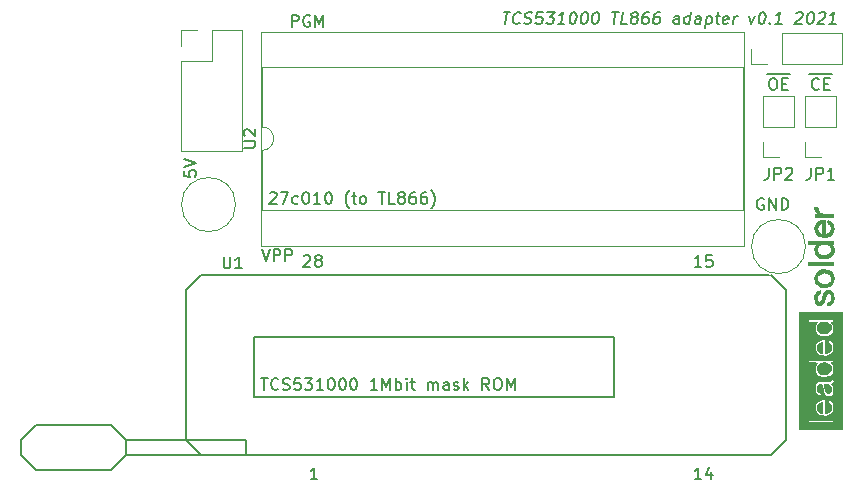
<source format=gbr>
G04 #@! TF.GenerationSoftware,KiCad,Pcbnew,(5.1.5-0-10_14)*
G04 #@! TF.CreationDate,2021-06-10T22:19:53-06:00*
G04 #@! TF.ProjectId,tc531000-tl866-adapter,74633533-3130-4303-902d-746c3836362d,rev?*
G04 #@! TF.SameCoordinates,Original*
G04 #@! TF.FileFunction,Legend,Top*
G04 #@! TF.FilePolarity,Positive*
%FSLAX46Y46*%
G04 Gerber Fmt 4.6, Leading zero omitted, Abs format (unit mm)*
G04 Created by KiCad (PCBNEW (5.1.5-0-10_14)) date 2021-06-10 22:19:53*
%MOMM*%
%LPD*%
G04 APERTURE LIST*
%ADD10C,0.150000*%
%ADD11C,0.120000*%
%ADD12C,0.010000*%
G04 APERTURE END LIST*
D10*
X136226348Y-62444380D02*
X136797776Y-62444380D01*
X136387062Y-63444380D02*
X136512062Y-62444380D01*
X137589443Y-63349142D02*
X137535872Y-63396761D01*
X137387062Y-63444380D01*
X137291824Y-63444380D01*
X137154919Y-63396761D01*
X137071586Y-63301523D01*
X137035872Y-63206285D01*
X137012062Y-63015809D01*
X137029919Y-62872952D01*
X137101348Y-62682476D01*
X137160872Y-62587238D01*
X137268014Y-62492000D01*
X137416824Y-62444380D01*
X137512062Y-62444380D01*
X137648967Y-62492000D01*
X137690633Y-62539619D01*
X137964443Y-63396761D02*
X138101348Y-63444380D01*
X138339443Y-63444380D01*
X138440633Y-63396761D01*
X138494205Y-63349142D01*
X138553729Y-63253904D01*
X138565633Y-63158666D01*
X138529919Y-63063428D01*
X138488252Y-63015809D01*
X138398967Y-62968190D01*
X138214443Y-62920571D01*
X138125157Y-62872952D01*
X138083491Y-62825333D01*
X138047776Y-62730095D01*
X138059681Y-62634857D01*
X138119205Y-62539619D01*
X138172776Y-62492000D01*
X138273967Y-62444380D01*
X138512062Y-62444380D01*
X138648967Y-62492000D01*
X139559681Y-62444380D02*
X139083491Y-62444380D01*
X138976348Y-62920571D01*
X139029919Y-62872952D01*
X139131110Y-62825333D01*
X139369205Y-62825333D01*
X139458491Y-62872952D01*
X139500157Y-62920571D01*
X139535872Y-63015809D01*
X139506110Y-63253904D01*
X139446586Y-63349142D01*
X139393014Y-63396761D01*
X139291824Y-63444380D01*
X139053729Y-63444380D01*
X138964443Y-63396761D01*
X138922776Y-63349142D01*
X139940633Y-62444380D02*
X140559681Y-62444380D01*
X140178729Y-62825333D01*
X140321586Y-62825333D01*
X140410872Y-62872952D01*
X140452538Y-62920571D01*
X140488252Y-63015809D01*
X140458491Y-63253904D01*
X140398967Y-63349142D01*
X140345395Y-63396761D01*
X140244205Y-63444380D01*
X139958491Y-63444380D01*
X139869205Y-63396761D01*
X139827538Y-63349142D01*
X141387062Y-63444380D02*
X140815633Y-63444380D01*
X141101348Y-63444380D02*
X141226348Y-62444380D01*
X141113252Y-62587238D01*
X141006110Y-62682476D01*
X140904919Y-62730095D01*
X142131110Y-62444380D02*
X142226348Y-62444380D01*
X142315633Y-62492000D01*
X142357300Y-62539619D01*
X142393014Y-62634857D01*
X142416824Y-62825333D01*
X142387062Y-63063428D01*
X142315633Y-63253904D01*
X142256110Y-63349142D01*
X142202538Y-63396761D01*
X142101348Y-63444380D01*
X142006110Y-63444380D01*
X141916824Y-63396761D01*
X141875157Y-63349142D01*
X141839443Y-63253904D01*
X141815633Y-63063428D01*
X141845395Y-62825333D01*
X141916824Y-62634857D01*
X141976348Y-62539619D01*
X142029919Y-62492000D01*
X142131110Y-62444380D01*
X143083491Y-62444380D02*
X143178729Y-62444380D01*
X143268014Y-62492000D01*
X143309681Y-62539619D01*
X143345395Y-62634857D01*
X143369205Y-62825333D01*
X143339443Y-63063428D01*
X143268014Y-63253904D01*
X143208491Y-63349142D01*
X143154919Y-63396761D01*
X143053729Y-63444380D01*
X142958491Y-63444380D01*
X142869205Y-63396761D01*
X142827538Y-63349142D01*
X142791824Y-63253904D01*
X142768014Y-63063428D01*
X142797776Y-62825333D01*
X142869205Y-62634857D01*
X142928729Y-62539619D01*
X142982300Y-62492000D01*
X143083491Y-62444380D01*
X144035872Y-62444380D02*
X144131110Y-62444380D01*
X144220395Y-62492000D01*
X144262062Y-62539619D01*
X144297776Y-62634857D01*
X144321586Y-62825333D01*
X144291824Y-63063428D01*
X144220395Y-63253904D01*
X144160872Y-63349142D01*
X144107300Y-63396761D01*
X144006110Y-63444380D01*
X143910872Y-63444380D01*
X143821586Y-63396761D01*
X143779919Y-63349142D01*
X143744205Y-63253904D01*
X143720395Y-63063428D01*
X143750157Y-62825333D01*
X143821586Y-62634857D01*
X143881110Y-62539619D01*
X143934681Y-62492000D01*
X144035872Y-62444380D01*
X145416824Y-62444380D02*
X145988252Y-62444380D01*
X145577538Y-63444380D02*
X145702538Y-62444380D01*
X146672776Y-63444380D02*
X146196586Y-63444380D01*
X146321586Y-62444380D01*
X147220395Y-62872952D02*
X147131110Y-62825333D01*
X147089443Y-62777714D01*
X147053729Y-62682476D01*
X147059681Y-62634857D01*
X147119205Y-62539619D01*
X147172776Y-62492000D01*
X147273967Y-62444380D01*
X147464443Y-62444380D01*
X147553729Y-62492000D01*
X147595395Y-62539619D01*
X147631110Y-62634857D01*
X147625157Y-62682476D01*
X147565633Y-62777714D01*
X147512062Y-62825333D01*
X147410872Y-62872952D01*
X147220395Y-62872952D01*
X147119205Y-62920571D01*
X147065633Y-62968190D01*
X147006110Y-63063428D01*
X146982300Y-63253904D01*
X147018014Y-63349142D01*
X147059681Y-63396761D01*
X147148967Y-63444380D01*
X147339443Y-63444380D01*
X147440633Y-63396761D01*
X147494205Y-63349142D01*
X147553729Y-63253904D01*
X147577538Y-63063428D01*
X147541824Y-62968190D01*
X147500157Y-62920571D01*
X147410872Y-62872952D01*
X148512062Y-62444380D02*
X148321586Y-62444380D01*
X148220395Y-62492000D01*
X148166824Y-62539619D01*
X148053729Y-62682476D01*
X147982300Y-62872952D01*
X147934681Y-63253904D01*
X147970395Y-63349142D01*
X148012062Y-63396761D01*
X148101348Y-63444380D01*
X148291824Y-63444380D01*
X148393014Y-63396761D01*
X148446586Y-63349142D01*
X148506110Y-63253904D01*
X148535872Y-63015809D01*
X148500157Y-62920571D01*
X148458491Y-62872952D01*
X148369205Y-62825333D01*
X148178729Y-62825333D01*
X148077538Y-62872952D01*
X148023967Y-62920571D01*
X147964443Y-63015809D01*
X149464443Y-62444380D02*
X149273967Y-62444380D01*
X149172776Y-62492000D01*
X149119205Y-62539619D01*
X149006110Y-62682476D01*
X148934681Y-62872952D01*
X148887062Y-63253904D01*
X148922776Y-63349142D01*
X148964443Y-63396761D01*
X149053729Y-63444380D01*
X149244205Y-63444380D01*
X149345395Y-63396761D01*
X149398967Y-63349142D01*
X149458491Y-63253904D01*
X149488252Y-63015809D01*
X149452538Y-62920571D01*
X149410872Y-62872952D01*
X149321586Y-62825333D01*
X149131110Y-62825333D01*
X149029919Y-62872952D01*
X148976348Y-62920571D01*
X148916824Y-63015809D01*
X151053729Y-63444380D02*
X151119205Y-62920571D01*
X151083491Y-62825333D01*
X150994205Y-62777714D01*
X150803729Y-62777714D01*
X150702538Y-62825333D01*
X151059681Y-63396761D02*
X150958491Y-63444380D01*
X150720395Y-63444380D01*
X150631110Y-63396761D01*
X150595395Y-63301523D01*
X150607300Y-63206285D01*
X150666824Y-63111047D01*
X150768014Y-63063428D01*
X151006110Y-63063428D01*
X151107300Y-63015809D01*
X151958491Y-63444380D02*
X152083491Y-62444380D01*
X151964443Y-63396761D02*
X151863252Y-63444380D01*
X151672776Y-63444380D01*
X151583491Y-63396761D01*
X151541824Y-63349142D01*
X151506110Y-63253904D01*
X151541824Y-62968190D01*
X151601348Y-62872952D01*
X151654919Y-62825333D01*
X151756110Y-62777714D01*
X151946586Y-62777714D01*
X152035872Y-62825333D01*
X152863252Y-63444380D02*
X152928729Y-62920571D01*
X152893014Y-62825333D01*
X152803729Y-62777714D01*
X152613252Y-62777714D01*
X152512062Y-62825333D01*
X152869205Y-63396761D02*
X152768014Y-63444380D01*
X152529919Y-63444380D01*
X152440633Y-63396761D01*
X152404919Y-63301523D01*
X152416824Y-63206285D01*
X152476348Y-63111047D01*
X152577538Y-63063428D01*
X152815633Y-63063428D01*
X152916824Y-63015809D01*
X153422776Y-62777714D02*
X153297776Y-63777714D01*
X153416824Y-62825333D02*
X153518014Y-62777714D01*
X153708491Y-62777714D01*
X153797776Y-62825333D01*
X153839443Y-62872952D01*
X153875157Y-62968190D01*
X153839443Y-63253904D01*
X153779919Y-63349142D01*
X153726348Y-63396761D01*
X153625157Y-63444380D01*
X153434681Y-63444380D01*
X153345395Y-63396761D01*
X154184681Y-62777714D02*
X154565633Y-62777714D01*
X154369205Y-62444380D02*
X154262062Y-63301523D01*
X154297776Y-63396761D01*
X154387062Y-63444380D01*
X154482300Y-63444380D01*
X155202538Y-63396761D02*
X155101348Y-63444380D01*
X154910872Y-63444380D01*
X154821586Y-63396761D01*
X154785872Y-63301523D01*
X154833491Y-62920571D01*
X154893014Y-62825333D01*
X154994205Y-62777714D01*
X155184681Y-62777714D01*
X155273967Y-62825333D01*
X155309681Y-62920571D01*
X155297776Y-63015809D01*
X154809681Y-63111047D01*
X155672776Y-63444380D02*
X155756110Y-62777714D01*
X155732300Y-62968190D02*
X155791824Y-62872952D01*
X155845395Y-62825333D01*
X155946586Y-62777714D01*
X156041824Y-62777714D01*
X157041824Y-62777714D02*
X157196586Y-63444380D01*
X157518014Y-62777714D01*
X158131110Y-62444380D02*
X158226348Y-62444380D01*
X158315633Y-62492000D01*
X158357300Y-62539619D01*
X158393014Y-62634857D01*
X158416824Y-62825333D01*
X158387062Y-63063428D01*
X158315633Y-63253904D01*
X158256110Y-63349142D01*
X158202538Y-63396761D01*
X158101348Y-63444380D01*
X158006110Y-63444380D01*
X157916824Y-63396761D01*
X157875157Y-63349142D01*
X157839443Y-63253904D01*
X157815633Y-63063428D01*
X157845395Y-62825333D01*
X157916824Y-62634857D01*
X157976348Y-62539619D01*
X158029919Y-62492000D01*
X158131110Y-62444380D01*
X158779919Y-63349142D02*
X158821586Y-63396761D01*
X158768014Y-63444380D01*
X158726348Y-63396761D01*
X158779919Y-63349142D01*
X158768014Y-63444380D01*
X159768014Y-63444380D02*
X159196586Y-63444380D01*
X159482300Y-63444380D02*
X159607300Y-62444380D01*
X159494205Y-62587238D01*
X159387062Y-62682476D01*
X159285872Y-62730095D01*
X161023967Y-62539619D02*
X161077538Y-62492000D01*
X161178729Y-62444380D01*
X161416824Y-62444380D01*
X161506110Y-62492000D01*
X161547776Y-62539619D01*
X161583491Y-62634857D01*
X161571586Y-62730095D01*
X161506110Y-62872952D01*
X160863252Y-63444380D01*
X161482300Y-63444380D01*
X162226348Y-62444380D02*
X162321586Y-62444380D01*
X162410872Y-62492000D01*
X162452538Y-62539619D01*
X162488252Y-62634857D01*
X162512062Y-62825333D01*
X162482300Y-63063428D01*
X162410872Y-63253904D01*
X162351348Y-63349142D01*
X162297776Y-63396761D01*
X162196586Y-63444380D01*
X162101348Y-63444380D01*
X162012062Y-63396761D01*
X161970395Y-63349142D01*
X161934681Y-63253904D01*
X161910872Y-63063428D01*
X161940633Y-62825333D01*
X162012062Y-62634857D01*
X162071586Y-62539619D01*
X162125157Y-62492000D01*
X162226348Y-62444380D01*
X162928729Y-62539619D02*
X162982300Y-62492000D01*
X163083491Y-62444380D01*
X163321586Y-62444380D01*
X163410872Y-62492000D01*
X163452538Y-62539619D01*
X163488252Y-62634857D01*
X163476348Y-62730095D01*
X163410872Y-62872952D01*
X162768014Y-63444380D01*
X163387062Y-63444380D01*
X164339443Y-63444380D02*
X163768014Y-63444380D01*
X164053729Y-63444380D02*
X164178729Y-62444380D01*
X164065633Y-62587238D01*
X163958491Y-62682476D01*
X163857300Y-62730095D01*
X115682476Y-93432380D02*
X116253904Y-93432380D01*
X115968190Y-94432380D02*
X115968190Y-93432380D01*
X117158666Y-94337142D02*
X117111047Y-94384761D01*
X116968190Y-94432380D01*
X116872952Y-94432380D01*
X116730095Y-94384761D01*
X116634857Y-94289523D01*
X116587238Y-94194285D01*
X116539619Y-94003809D01*
X116539619Y-93860952D01*
X116587238Y-93670476D01*
X116634857Y-93575238D01*
X116730095Y-93480000D01*
X116872952Y-93432380D01*
X116968190Y-93432380D01*
X117111047Y-93480000D01*
X117158666Y-93527619D01*
X117539619Y-94384761D02*
X117682476Y-94432380D01*
X117920571Y-94432380D01*
X118015809Y-94384761D01*
X118063428Y-94337142D01*
X118111047Y-94241904D01*
X118111047Y-94146666D01*
X118063428Y-94051428D01*
X118015809Y-94003809D01*
X117920571Y-93956190D01*
X117730095Y-93908571D01*
X117634857Y-93860952D01*
X117587238Y-93813333D01*
X117539619Y-93718095D01*
X117539619Y-93622857D01*
X117587238Y-93527619D01*
X117634857Y-93480000D01*
X117730095Y-93432380D01*
X117968190Y-93432380D01*
X118111047Y-93480000D01*
X119015809Y-93432380D02*
X118539619Y-93432380D01*
X118492000Y-93908571D01*
X118539619Y-93860952D01*
X118634857Y-93813333D01*
X118872952Y-93813333D01*
X118968190Y-93860952D01*
X119015809Y-93908571D01*
X119063428Y-94003809D01*
X119063428Y-94241904D01*
X119015809Y-94337142D01*
X118968190Y-94384761D01*
X118872952Y-94432380D01*
X118634857Y-94432380D01*
X118539619Y-94384761D01*
X118492000Y-94337142D01*
X119396761Y-93432380D02*
X120015809Y-93432380D01*
X119682476Y-93813333D01*
X119825333Y-93813333D01*
X119920571Y-93860952D01*
X119968190Y-93908571D01*
X120015809Y-94003809D01*
X120015809Y-94241904D01*
X119968190Y-94337142D01*
X119920571Y-94384761D01*
X119825333Y-94432380D01*
X119539619Y-94432380D01*
X119444380Y-94384761D01*
X119396761Y-94337142D01*
X120968190Y-94432380D02*
X120396761Y-94432380D01*
X120682476Y-94432380D02*
X120682476Y-93432380D01*
X120587238Y-93575238D01*
X120492000Y-93670476D01*
X120396761Y-93718095D01*
X121587238Y-93432380D02*
X121682476Y-93432380D01*
X121777714Y-93480000D01*
X121825333Y-93527619D01*
X121872952Y-93622857D01*
X121920571Y-93813333D01*
X121920571Y-94051428D01*
X121872952Y-94241904D01*
X121825333Y-94337142D01*
X121777714Y-94384761D01*
X121682476Y-94432380D01*
X121587238Y-94432380D01*
X121492000Y-94384761D01*
X121444380Y-94337142D01*
X121396761Y-94241904D01*
X121349142Y-94051428D01*
X121349142Y-93813333D01*
X121396761Y-93622857D01*
X121444380Y-93527619D01*
X121492000Y-93480000D01*
X121587238Y-93432380D01*
X122539619Y-93432380D02*
X122634857Y-93432380D01*
X122730095Y-93480000D01*
X122777714Y-93527619D01*
X122825333Y-93622857D01*
X122872952Y-93813333D01*
X122872952Y-94051428D01*
X122825333Y-94241904D01*
X122777714Y-94337142D01*
X122730095Y-94384761D01*
X122634857Y-94432380D01*
X122539619Y-94432380D01*
X122444380Y-94384761D01*
X122396761Y-94337142D01*
X122349142Y-94241904D01*
X122301523Y-94051428D01*
X122301523Y-93813333D01*
X122349142Y-93622857D01*
X122396761Y-93527619D01*
X122444380Y-93480000D01*
X122539619Y-93432380D01*
X123492000Y-93432380D02*
X123587238Y-93432380D01*
X123682476Y-93480000D01*
X123730095Y-93527619D01*
X123777714Y-93622857D01*
X123825333Y-93813333D01*
X123825333Y-94051428D01*
X123777714Y-94241904D01*
X123730095Y-94337142D01*
X123682476Y-94384761D01*
X123587238Y-94432380D01*
X123492000Y-94432380D01*
X123396761Y-94384761D01*
X123349142Y-94337142D01*
X123301523Y-94241904D01*
X123253904Y-94051428D01*
X123253904Y-93813333D01*
X123301523Y-93622857D01*
X123349142Y-93527619D01*
X123396761Y-93480000D01*
X123492000Y-93432380D01*
X125539619Y-94432380D02*
X124968190Y-94432380D01*
X125253904Y-94432380D02*
X125253904Y-93432380D01*
X125158666Y-93575238D01*
X125063428Y-93670476D01*
X124968190Y-93718095D01*
X125968190Y-94432380D02*
X125968190Y-93432380D01*
X126301523Y-94146666D01*
X126634857Y-93432380D01*
X126634857Y-94432380D01*
X127111047Y-94432380D02*
X127111047Y-93432380D01*
X127111047Y-93813333D02*
X127206285Y-93765714D01*
X127396761Y-93765714D01*
X127492000Y-93813333D01*
X127539619Y-93860952D01*
X127587238Y-93956190D01*
X127587238Y-94241904D01*
X127539619Y-94337142D01*
X127492000Y-94384761D01*
X127396761Y-94432380D01*
X127206285Y-94432380D01*
X127111047Y-94384761D01*
X128015809Y-94432380D02*
X128015809Y-93765714D01*
X128015809Y-93432380D02*
X127968190Y-93480000D01*
X128015809Y-93527619D01*
X128063428Y-93480000D01*
X128015809Y-93432380D01*
X128015809Y-93527619D01*
X128349142Y-93765714D02*
X128730095Y-93765714D01*
X128492000Y-93432380D02*
X128492000Y-94289523D01*
X128539619Y-94384761D01*
X128634857Y-94432380D01*
X128730095Y-94432380D01*
X129825333Y-94432380D02*
X129825333Y-93765714D01*
X129825333Y-93860952D02*
X129872952Y-93813333D01*
X129968190Y-93765714D01*
X130111047Y-93765714D01*
X130206285Y-93813333D01*
X130253904Y-93908571D01*
X130253904Y-94432380D01*
X130253904Y-93908571D02*
X130301523Y-93813333D01*
X130396761Y-93765714D01*
X130539619Y-93765714D01*
X130634857Y-93813333D01*
X130682476Y-93908571D01*
X130682476Y-94432380D01*
X131587238Y-94432380D02*
X131587238Y-93908571D01*
X131539619Y-93813333D01*
X131444380Y-93765714D01*
X131253904Y-93765714D01*
X131158666Y-93813333D01*
X131587238Y-94384761D02*
X131491999Y-94432380D01*
X131253904Y-94432380D01*
X131158666Y-94384761D01*
X131111047Y-94289523D01*
X131111047Y-94194285D01*
X131158666Y-94099047D01*
X131253904Y-94051428D01*
X131491999Y-94051428D01*
X131587238Y-94003809D01*
X132015809Y-94384761D02*
X132111047Y-94432380D01*
X132301523Y-94432380D01*
X132396761Y-94384761D01*
X132444380Y-94289523D01*
X132444380Y-94241904D01*
X132396761Y-94146666D01*
X132301523Y-94099047D01*
X132158666Y-94099047D01*
X132063428Y-94051428D01*
X132015809Y-93956190D01*
X132015809Y-93908571D01*
X132063428Y-93813333D01*
X132158666Y-93765714D01*
X132301523Y-93765714D01*
X132396761Y-93813333D01*
X132872952Y-94432380D02*
X132872952Y-93432380D01*
X132968190Y-94051428D02*
X133253904Y-94432380D01*
X133253904Y-93765714D02*
X132872952Y-94146666D01*
X135015809Y-94432380D02*
X134682476Y-93956190D01*
X134444380Y-94432380D02*
X134444380Y-93432380D01*
X134825333Y-93432380D01*
X134920571Y-93480000D01*
X134968190Y-93527619D01*
X135015809Y-93622857D01*
X135015809Y-93765714D01*
X134968190Y-93860952D01*
X134920571Y-93908571D01*
X134825333Y-93956190D01*
X134444380Y-93956190D01*
X135634857Y-93432380D02*
X135825333Y-93432380D01*
X135920571Y-93480000D01*
X136015809Y-93575238D01*
X136063428Y-93765714D01*
X136063428Y-94099047D01*
X136015809Y-94289523D01*
X135920571Y-94384761D01*
X135825333Y-94432380D01*
X135634857Y-94432380D01*
X135539619Y-94384761D01*
X135444380Y-94289523D01*
X135396761Y-94099047D01*
X135396761Y-93765714D01*
X135444380Y-93575238D01*
X135539619Y-93480000D01*
X135634857Y-93432380D01*
X136492000Y-94432380D02*
X136492000Y-93432380D01*
X136825333Y-94146666D01*
X137158666Y-93432380D01*
X137158666Y-94432380D01*
X116444000Y-77779619D02*
X116491619Y-77732000D01*
X116586857Y-77684380D01*
X116824952Y-77684380D01*
X116920190Y-77732000D01*
X116967809Y-77779619D01*
X117015428Y-77874857D01*
X117015428Y-77970095D01*
X116967809Y-78112952D01*
X116396380Y-78684380D01*
X117015428Y-78684380D01*
X117348761Y-77684380D02*
X118015428Y-77684380D01*
X117586857Y-78684380D01*
X118824952Y-78636761D02*
X118729714Y-78684380D01*
X118539238Y-78684380D01*
X118444000Y-78636761D01*
X118396380Y-78589142D01*
X118348761Y-78493904D01*
X118348761Y-78208190D01*
X118396380Y-78112952D01*
X118444000Y-78065333D01*
X118539238Y-78017714D01*
X118729714Y-78017714D01*
X118824952Y-78065333D01*
X119444000Y-77684380D02*
X119539238Y-77684380D01*
X119634476Y-77732000D01*
X119682095Y-77779619D01*
X119729714Y-77874857D01*
X119777333Y-78065333D01*
X119777333Y-78303428D01*
X119729714Y-78493904D01*
X119682095Y-78589142D01*
X119634476Y-78636761D01*
X119539238Y-78684380D01*
X119444000Y-78684380D01*
X119348761Y-78636761D01*
X119301142Y-78589142D01*
X119253523Y-78493904D01*
X119205904Y-78303428D01*
X119205904Y-78065333D01*
X119253523Y-77874857D01*
X119301142Y-77779619D01*
X119348761Y-77732000D01*
X119444000Y-77684380D01*
X120729714Y-78684380D02*
X120158285Y-78684380D01*
X120444000Y-78684380D02*
X120444000Y-77684380D01*
X120348761Y-77827238D01*
X120253523Y-77922476D01*
X120158285Y-77970095D01*
X121348761Y-77684380D02*
X121444000Y-77684380D01*
X121539238Y-77732000D01*
X121586857Y-77779619D01*
X121634476Y-77874857D01*
X121682095Y-78065333D01*
X121682095Y-78303428D01*
X121634476Y-78493904D01*
X121586857Y-78589142D01*
X121539238Y-78636761D01*
X121444000Y-78684380D01*
X121348761Y-78684380D01*
X121253523Y-78636761D01*
X121205904Y-78589142D01*
X121158285Y-78493904D01*
X121110666Y-78303428D01*
X121110666Y-78065333D01*
X121158285Y-77874857D01*
X121205904Y-77779619D01*
X121253523Y-77732000D01*
X121348761Y-77684380D01*
X123158285Y-79065333D02*
X123110666Y-79017714D01*
X123015428Y-78874857D01*
X122967809Y-78779619D01*
X122920190Y-78636761D01*
X122872571Y-78398666D01*
X122872571Y-78208190D01*
X122920190Y-77970095D01*
X122967809Y-77827238D01*
X123015428Y-77732000D01*
X123110666Y-77589142D01*
X123158285Y-77541523D01*
X123396380Y-78017714D02*
X123777333Y-78017714D01*
X123539238Y-77684380D02*
X123539238Y-78541523D01*
X123586857Y-78636761D01*
X123682095Y-78684380D01*
X123777333Y-78684380D01*
X124253523Y-78684380D02*
X124158285Y-78636761D01*
X124110666Y-78589142D01*
X124063047Y-78493904D01*
X124063047Y-78208190D01*
X124110666Y-78112952D01*
X124158285Y-78065333D01*
X124253523Y-78017714D01*
X124396380Y-78017714D01*
X124491619Y-78065333D01*
X124539238Y-78112952D01*
X124586857Y-78208190D01*
X124586857Y-78493904D01*
X124539238Y-78589142D01*
X124491619Y-78636761D01*
X124396380Y-78684380D01*
X124253523Y-78684380D01*
X125634476Y-77684380D02*
X126205904Y-77684380D01*
X125920190Y-78684380D02*
X125920190Y-77684380D01*
X127015428Y-78684380D02*
X126539238Y-78684380D01*
X126539238Y-77684380D01*
X127491619Y-78112952D02*
X127396380Y-78065333D01*
X127348761Y-78017714D01*
X127301142Y-77922476D01*
X127301142Y-77874857D01*
X127348761Y-77779619D01*
X127396380Y-77732000D01*
X127491619Y-77684380D01*
X127682095Y-77684380D01*
X127777333Y-77732000D01*
X127824952Y-77779619D01*
X127872571Y-77874857D01*
X127872571Y-77922476D01*
X127824952Y-78017714D01*
X127777333Y-78065333D01*
X127682095Y-78112952D01*
X127491619Y-78112952D01*
X127396380Y-78160571D01*
X127348761Y-78208190D01*
X127301142Y-78303428D01*
X127301142Y-78493904D01*
X127348761Y-78589142D01*
X127396380Y-78636761D01*
X127491619Y-78684380D01*
X127682095Y-78684380D01*
X127777333Y-78636761D01*
X127824952Y-78589142D01*
X127872571Y-78493904D01*
X127872571Y-78303428D01*
X127824952Y-78208190D01*
X127777333Y-78160571D01*
X127682095Y-78112952D01*
X128729714Y-77684380D02*
X128539238Y-77684380D01*
X128444000Y-77732000D01*
X128396380Y-77779619D01*
X128301142Y-77922476D01*
X128253523Y-78112952D01*
X128253523Y-78493904D01*
X128301142Y-78589142D01*
X128348761Y-78636761D01*
X128444000Y-78684380D01*
X128634476Y-78684380D01*
X128729714Y-78636761D01*
X128777333Y-78589142D01*
X128824952Y-78493904D01*
X128824952Y-78255809D01*
X128777333Y-78160571D01*
X128729714Y-78112952D01*
X128634476Y-78065333D01*
X128444000Y-78065333D01*
X128348761Y-78112952D01*
X128301142Y-78160571D01*
X128253523Y-78255809D01*
X129682095Y-77684380D02*
X129491619Y-77684380D01*
X129396380Y-77732000D01*
X129348761Y-77779619D01*
X129253523Y-77922476D01*
X129205904Y-78112952D01*
X129205904Y-78493904D01*
X129253523Y-78589142D01*
X129301142Y-78636761D01*
X129396380Y-78684380D01*
X129586857Y-78684380D01*
X129682095Y-78636761D01*
X129729714Y-78589142D01*
X129777333Y-78493904D01*
X129777333Y-78255809D01*
X129729714Y-78160571D01*
X129682095Y-78112952D01*
X129586857Y-78065333D01*
X129396380Y-78065333D01*
X129301142Y-78112952D01*
X129253523Y-78160571D01*
X129205904Y-78255809D01*
X130110666Y-79065333D02*
X130158285Y-79017714D01*
X130253523Y-78874857D01*
X130301142Y-78779619D01*
X130348761Y-78636761D01*
X130396380Y-78398666D01*
X130396380Y-78208190D01*
X130348761Y-77970095D01*
X130301142Y-77827238D01*
X130253523Y-77732000D01*
X130158285Y-77589142D01*
X130110666Y-77541523D01*
X109180380Y-75882476D02*
X109180380Y-76358666D01*
X109656571Y-76406285D01*
X109608952Y-76358666D01*
X109561333Y-76263428D01*
X109561333Y-76025333D01*
X109608952Y-75930095D01*
X109656571Y-75882476D01*
X109751809Y-75834857D01*
X109989904Y-75834857D01*
X110085142Y-75882476D01*
X110132761Y-75930095D01*
X110180380Y-76025333D01*
X110180380Y-76263428D01*
X110132761Y-76358666D01*
X110085142Y-76406285D01*
X109180380Y-75549142D02*
X110180380Y-75215809D01*
X109180380Y-74882476D01*
X158242095Y-78240000D02*
X158146857Y-78192380D01*
X158004000Y-78192380D01*
X157861142Y-78240000D01*
X157765904Y-78335238D01*
X157718285Y-78430476D01*
X157670666Y-78620952D01*
X157670666Y-78763809D01*
X157718285Y-78954285D01*
X157765904Y-79049523D01*
X157861142Y-79144761D01*
X158004000Y-79192380D01*
X158099238Y-79192380D01*
X158242095Y-79144761D01*
X158289714Y-79097142D01*
X158289714Y-78763809D01*
X158099238Y-78763809D01*
X158718285Y-79192380D02*
X158718285Y-78192380D01*
X159289714Y-79192380D01*
X159289714Y-78192380D01*
X159765904Y-79192380D02*
X159765904Y-78192380D01*
X160004000Y-78192380D01*
X160146857Y-78240000D01*
X160242095Y-78335238D01*
X160289714Y-78430476D01*
X160337333Y-78620952D01*
X160337333Y-78763809D01*
X160289714Y-78954285D01*
X160242095Y-79049523D01*
X160146857Y-79144761D01*
X160004000Y-79192380D01*
X159765904Y-79192380D01*
X115760666Y-82510380D02*
X116094000Y-83510380D01*
X116427333Y-82510380D01*
X116760666Y-83510380D02*
X116760666Y-82510380D01*
X117141619Y-82510380D01*
X117236857Y-82558000D01*
X117284476Y-82605619D01*
X117332095Y-82700857D01*
X117332095Y-82843714D01*
X117284476Y-82938952D01*
X117236857Y-82986571D01*
X117141619Y-83034190D01*
X116760666Y-83034190D01*
X117760666Y-83510380D02*
X117760666Y-82510380D01*
X118141619Y-82510380D01*
X118236857Y-82558000D01*
X118284476Y-82605619D01*
X118332095Y-82700857D01*
X118332095Y-82843714D01*
X118284476Y-82938952D01*
X118236857Y-82986571D01*
X118141619Y-83034190D01*
X117760666Y-83034190D01*
X118300666Y-63698380D02*
X118300666Y-62698380D01*
X118681619Y-62698380D01*
X118776857Y-62746000D01*
X118824476Y-62793619D01*
X118872095Y-62888857D01*
X118872095Y-63031714D01*
X118824476Y-63126952D01*
X118776857Y-63174571D01*
X118681619Y-63222190D01*
X118300666Y-63222190D01*
X119824476Y-62746000D02*
X119729238Y-62698380D01*
X119586380Y-62698380D01*
X119443523Y-62746000D01*
X119348285Y-62841238D01*
X119300666Y-62936476D01*
X119253047Y-63126952D01*
X119253047Y-63269809D01*
X119300666Y-63460285D01*
X119348285Y-63555523D01*
X119443523Y-63650761D01*
X119586380Y-63698380D01*
X119681619Y-63698380D01*
X119824476Y-63650761D01*
X119872095Y-63603142D01*
X119872095Y-63269809D01*
X119681619Y-63269809D01*
X120300666Y-63698380D02*
X120300666Y-62698380D01*
X120634000Y-63412666D01*
X120967333Y-62698380D01*
X120967333Y-63698380D01*
X158535809Y-67665000D02*
X159583428Y-67665000D01*
X158964380Y-68032380D02*
X159154857Y-68032380D01*
X159250095Y-68080000D01*
X159345333Y-68175238D01*
X159392952Y-68365714D01*
X159392952Y-68699047D01*
X159345333Y-68889523D01*
X159250095Y-68984761D01*
X159154857Y-69032380D01*
X158964380Y-69032380D01*
X158869142Y-68984761D01*
X158773904Y-68889523D01*
X158726285Y-68699047D01*
X158726285Y-68365714D01*
X158773904Y-68175238D01*
X158869142Y-68080000D01*
X158964380Y-68032380D01*
X159583428Y-67665000D02*
X160488190Y-67665000D01*
X159821523Y-68508571D02*
X160154857Y-68508571D01*
X160297714Y-69032380D02*
X159821523Y-69032380D01*
X159821523Y-68032380D01*
X160297714Y-68032380D01*
X162115619Y-67665000D02*
X163115619Y-67665000D01*
X162925142Y-68937142D02*
X162877523Y-68984761D01*
X162734666Y-69032380D01*
X162639428Y-69032380D01*
X162496571Y-68984761D01*
X162401333Y-68889523D01*
X162353714Y-68794285D01*
X162306095Y-68603809D01*
X162306095Y-68460952D01*
X162353714Y-68270476D01*
X162401333Y-68175238D01*
X162496571Y-68080000D01*
X162639428Y-68032380D01*
X162734666Y-68032380D01*
X162877523Y-68080000D01*
X162925142Y-68127619D01*
X163115619Y-67665000D02*
X164020380Y-67665000D01*
X163353714Y-68508571D02*
X163687047Y-68508571D01*
X163829904Y-69032380D02*
X163353714Y-69032380D01*
X163353714Y-68032380D01*
X163829904Y-68032380D01*
D11*
X157166000Y-66862000D02*
X157166000Y-65532000D01*
X158496000Y-66862000D02*
X157166000Y-66862000D01*
X159766000Y-66862000D02*
X159766000Y-64202000D01*
X159766000Y-64202000D02*
X164906000Y-64202000D01*
X159766000Y-66862000D02*
X164906000Y-66862000D01*
X164906000Y-66862000D02*
X164906000Y-64202000D01*
X108906000Y-63948000D02*
X110236000Y-63948000D01*
X108906000Y-65278000D02*
X108906000Y-63948000D01*
X111506000Y-63948000D02*
X114106000Y-63948000D01*
X111506000Y-66548000D02*
X111506000Y-63948000D01*
X108906000Y-66548000D02*
X111506000Y-66548000D01*
X114106000Y-63948000D02*
X114106000Y-74228000D01*
X108906000Y-66548000D02*
X108906000Y-74228000D01*
X108906000Y-74228000D02*
X114106000Y-74228000D01*
D12*
G36*
X162784307Y-88987964D02*
G01*
X162855214Y-88859819D01*
X162970280Y-88756100D01*
X163106388Y-88694595D01*
X163335766Y-88651669D01*
X163539938Y-88666834D01*
X163719619Y-88740214D01*
X163822014Y-88817715D01*
X163891514Y-88890355D01*
X163928152Y-88961909D01*
X163945011Y-89061071D01*
X163947645Y-89093207D01*
X163943971Y-89251856D01*
X163909929Y-89358139D01*
X163811984Y-89476341D01*
X163670555Y-89564224D01*
X163500025Y-89617614D01*
X163314777Y-89632337D01*
X163129194Y-89604218D01*
X163096550Y-89594180D01*
X162944780Y-89515718D01*
X162837796Y-89404412D01*
X162775472Y-89271714D01*
X162757684Y-89129080D01*
X162784307Y-88987964D01*
G37*
X162784307Y-88987964D02*
X162855214Y-88859819D01*
X162970280Y-88756100D01*
X163106388Y-88694595D01*
X163335766Y-88651669D01*
X163539938Y-88666834D01*
X163719619Y-88740214D01*
X163822014Y-88817715D01*
X163891514Y-88890355D01*
X163928152Y-88961909D01*
X163945011Y-89061071D01*
X163947645Y-89093207D01*
X163943971Y-89251856D01*
X163909929Y-89358139D01*
X163811984Y-89476341D01*
X163670555Y-89564224D01*
X163500025Y-89617614D01*
X163314777Y-89632337D01*
X163129194Y-89604218D01*
X163096550Y-89594180D01*
X162944780Y-89515718D01*
X162837796Y-89404412D01*
X162775472Y-89271714D01*
X162757684Y-89129080D01*
X162784307Y-88987964D01*
G36*
X162778142Y-90692287D02*
G01*
X162851418Y-90566974D01*
X162955852Y-90463490D01*
X163020369Y-90424003D01*
X163107432Y-90385589D01*
X163173512Y-90363011D01*
X163189149Y-90360500D01*
X163205052Y-90380831D01*
X163216269Y-90445513D01*
X163223246Y-90560084D01*
X163226433Y-90730081D01*
X163226750Y-90824844D01*
X163226750Y-91289188D01*
X163128827Y-91269604D01*
X162979461Y-91210204D01*
X162858866Y-91105205D01*
X162778676Y-90968485D01*
X162750500Y-90818281D01*
X162778142Y-90692287D01*
G37*
X162778142Y-90692287D02*
X162851418Y-90566974D01*
X162955852Y-90463490D01*
X163020369Y-90424003D01*
X163107432Y-90385589D01*
X163173512Y-90363011D01*
X163189149Y-90360500D01*
X163205052Y-90380831D01*
X163216269Y-90445513D01*
X163223246Y-90560084D01*
X163226433Y-90730081D01*
X163226750Y-90824844D01*
X163226750Y-91289188D01*
X163128827Y-91269604D01*
X162979461Y-91210204D01*
X162858866Y-91105205D01*
X162778676Y-90968485D01*
X162750500Y-90818281D01*
X162778142Y-90692287D01*
G36*
X162784307Y-92448714D02*
G01*
X162855214Y-92320569D01*
X162970280Y-92216850D01*
X163106388Y-92155345D01*
X163335766Y-92112419D01*
X163539938Y-92127584D01*
X163719619Y-92200964D01*
X163822014Y-92278465D01*
X163891514Y-92351105D01*
X163928152Y-92422659D01*
X163945011Y-92521821D01*
X163947645Y-92553957D01*
X163943971Y-92712606D01*
X163909929Y-92818889D01*
X163811984Y-92937091D01*
X163670555Y-93024974D01*
X163500025Y-93078364D01*
X163314777Y-93093087D01*
X163129194Y-93064968D01*
X163096550Y-93054930D01*
X162944780Y-92976468D01*
X162837796Y-92865162D01*
X162775472Y-92732464D01*
X162757684Y-92589830D01*
X162784307Y-92448714D01*
G37*
X162784307Y-92448714D02*
X162855214Y-92320569D01*
X162970280Y-92216850D01*
X163106388Y-92155345D01*
X163335766Y-92112419D01*
X163539938Y-92127584D01*
X163719619Y-92200964D01*
X163822014Y-92278465D01*
X163891514Y-92351105D01*
X163928152Y-92422659D01*
X163945011Y-92521821D01*
X163947645Y-92553957D01*
X163943971Y-92712606D01*
X163909929Y-92818889D01*
X163811984Y-92937091D01*
X163670555Y-93024974D01*
X163500025Y-93078364D01*
X163314777Y-93093087D01*
X163129194Y-93064968D01*
X163096550Y-93054930D01*
X162944780Y-92976468D01*
X162837796Y-92865162D01*
X162775472Y-92732464D01*
X162757684Y-92589830D01*
X162784307Y-92448714D01*
G36*
X163358874Y-93924366D02*
G01*
X163420613Y-93917593D01*
X163507101Y-93916500D01*
X163634958Y-93923614D01*
X163723940Y-93948866D01*
X163781940Y-93985331D01*
X163874222Y-94091493D01*
X163934107Y-94228306D01*
X163958345Y-94376697D01*
X163943687Y-94517592D01*
X163891195Y-94626594D01*
X163813230Y-94692571D01*
X163716570Y-94710250D01*
X163618877Y-94694533D01*
X163542643Y-94642906D01*
X163483804Y-94548655D01*
X163438296Y-94405068D01*
X163402052Y-94205431D01*
X163399367Y-94186375D01*
X163380845Y-94082100D01*
X163358815Y-93997809D01*
X163348574Y-93972063D01*
X163338897Y-93941108D01*
X163358874Y-93924366D01*
G37*
X163358874Y-93924366D02*
X163420613Y-93917593D01*
X163507101Y-93916500D01*
X163634958Y-93923614D01*
X163723940Y-93948866D01*
X163781940Y-93985331D01*
X163874222Y-94091493D01*
X163934107Y-94228306D01*
X163958345Y-94376697D01*
X163943687Y-94517592D01*
X163891195Y-94626594D01*
X163813230Y-94692571D01*
X163716570Y-94710250D01*
X163618877Y-94694533D01*
X163542643Y-94642906D01*
X163483804Y-94548655D01*
X163438296Y-94405068D01*
X163402052Y-94205431D01*
X163399367Y-94186375D01*
X163380845Y-94082100D01*
X163358815Y-93997809D01*
X163348574Y-93972063D01*
X163338897Y-93941108D01*
X163358874Y-93924366D01*
G36*
X162778142Y-95772287D02*
G01*
X162851418Y-95646974D01*
X162955852Y-95543490D01*
X163020369Y-95504003D01*
X163107432Y-95465589D01*
X163173512Y-95443011D01*
X163189149Y-95440500D01*
X163205052Y-95460831D01*
X163216269Y-95525513D01*
X163223246Y-95640084D01*
X163226433Y-95810081D01*
X163226750Y-95904844D01*
X163226750Y-96369188D01*
X163128827Y-96349604D01*
X162979461Y-96290204D01*
X162858866Y-96185205D01*
X162778676Y-96048485D01*
X162750500Y-95898281D01*
X162778142Y-95772287D01*
G37*
X162778142Y-95772287D02*
X162851418Y-95646974D01*
X162955852Y-95543490D01*
X163020369Y-95504003D01*
X163107432Y-95465589D01*
X163173512Y-95443011D01*
X163189149Y-95440500D01*
X163205052Y-95460831D01*
X163216269Y-95525513D01*
X163223246Y-95640084D01*
X163226433Y-95810081D01*
X163226750Y-95904844D01*
X163226750Y-96369188D01*
X163128827Y-96349604D01*
X162979461Y-96290204D01*
X162858866Y-96185205D01*
X162778676Y-96048485D01*
X162750500Y-95898281D01*
X162778142Y-95772287D01*
G36*
X162673121Y-78962250D02*
G01*
X162760470Y-78965609D01*
X162801556Y-78982206D01*
X162813520Y-79021824D01*
X162814000Y-79042645D01*
X162838340Y-79172388D01*
X162901561Y-79304273D01*
X162976595Y-79395770D01*
X163052218Y-79448892D01*
X163150786Y-79487455D01*
X163281905Y-79513223D01*
X163455181Y-79527962D01*
X163680219Y-79533436D01*
X163726812Y-79533573D01*
X164147500Y-79533750D01*
X164147500Y-79787750D01*
X162560000Y-79787750D01*
X162560000Y-79565500D01*
X162718750Y-79565500D01*
X162809232Y-79561218D01*
X162866531Y-79550267D01*
X162877106Y-79541688D01*
X162852643Y-79511122D01*
X162791971Y-79463607D01*
X162766987Y-79446805D01*
X162650641Y-79341179D01*
X162577715Y-79198800D01*
X162550600Y-79081313D01*
X162532242Y-78962250D01*
X162673121Y-78962250D01*
G37*
X162673121Y-78962250D02*
X162760470Y-78965609D01*
X162801556Y-78982206D01*
X162813520Y-79021824D01*
X162814000Y-79042645D01*
X162838340Y-79172388D01*
X162901561Y-79304273D01*
X162976595Y-79395770D01*
X163052218Y-79448892D01*
X163150786Y-79487455D01*
X163281905Y-79513223D01*
X163455181Y-79527962D01*
X163680219Y-79533436D01*
X163726812Y-79533573D01*
X164147500Y-79533750D01*
X164147500Y-79787750D01*
X162560000Y-79787750D01*
X162560000Y-79565500D01*
X162718750Y-79565500D01*
X162809232Y-79561218D01*
X162866531Y-79550267D01*
X162877106Y-79541688D01*
X162852643Y-79511122D01*
X162791971Y-79463607D01*
X162766987Y-79446805D01*
X162650641Y-79341179D01*
X162577715Y-79198800D01*
X162550600Y-79081313D01*
X162532242Y-78962250D01*
X162673121Y-78962250D01*
G36*
X164147500Y-83629500D02*
G01*
X164147500Y-83883500D01*
X161988500Y-83883500D01*
X161988500Y-83629500D01*
X164147500Y-83629500D01*
G37*
X164147500Y-83629500D02*
X164147500Y-83883500D01*
X161988500Y-83883500D01*
X161988500Y-83629500D01*
X164147500Y-83629500D01*
G36*
X162571779Y-80550706D02*
G01*
X162650714Y-80380385D01*
X162775058Y-80237272D01*
X162938872Y-80128479D01*
X163136216Y-80061119D01*
X163327762Y-80041750D01*
X163449000Y-80041750D01*
X163449000Y-81223567D01*
X163566990Y-81201432D01*
X163729318Y-81142343D01*
X163852642Y-81035735D01*
X163905460Y-80950390D01*
X163951145Y-80792414D01*
X163945183Y-80635267D01*
X163891638Y-80493495D01*
X163794570Y-80381642D01*
X163736154Y-80344102D01*
X163667293Y-80295511D01*
X163641699Y-80229645D01*
X163639500Y-80183810D01*
X163647549Y-80106283D01*
X163676877Y-80075843D01*
X163696783Y-80073500D01*
X163782554Y-80096776D01*
X163886194Y-80156858D01*
X163988323Y-80239127D01*
X164069558Y-80328966D01*
X164098322Y-80376338D01*
X164136947Y-80495796D01*
X164161295Y-80646554D01*
X164169117Y-80801764D01*
X164158160Y-80934579D01*
X164148432Y-80974132D01*
X164060313Y-81159658D01*
X163928434Y-81300873D01*
X163751584Y-81398564D01*
X163528548Y-81453522D01*
X163392555Y-81465534D01*
X163253023Y-81469080D01*
X163195000Y-81465195D01*
X163195000Y-81220780D01*
X163195000Y-80304556D01*
X163111048Y-80320604D01*
X163005163Y-80367068D01*
X162906186Y-80454891D01*
X162825423Y-80567267D01*
X162774183Y-80687389D01*
X162763772Y-80798449D01*
X162770214Y-80827216D01*
X162833949Y-80983533D01*
X162914790Y-81090784D01*
X163026357Y-81163305D01*
X163123562Y-81199145D01*
X163195000Y-81220780D01*
X163195000Y-81465195D01*
X163153071Y-81462387D01*
X163069093Y-81441507D01*
X162977481Y-81402494D01*
X162957450Y-81392798D01*
X162788515Y-81288663D01*
X162670029Y-81160653D01*
X162589650Y-80994344D01*
X162573896Y-80944518D01*
X162544193Y-80741121D01*
X162571779Y-80550706D01*
G37*
X162571779Y-80550706D02*
X162650714Y-80380385D01*
X162775058Y-80237272D01*
X162938872Y-80128479D01*
X163136216Y-80061119D01*
X163327762Y-80041750D01*
X163449000Y-80041750D01*
X163449000Y-81223567D01*
X163566990Y-81201432D01*
X163729318Y-81142343D01*
X163852642Y-81035735D01*
X163905460Y-80950390D01*
X163951145Y-80792414D01*
X163945183Y-80635267D01*
X163891638Y-80493495D01*
X163794570Y-80381642D01*
X163736154Y-80344102D01*
X163667293Y-80295511D01*
X163641699Y-80229645D01*
X163639500Y-80183810D01*
X163647549Y-80106283D01*
X163676877Y-80075843D01*
X163696783Y-80073500D01*
X163782554Y-80096776D01*
X163886194Y-80156858D01*
X163988323Y-80239127D01*
X164069558Y-80328966D01*
X164098322Y-80376338D01*
X164136947Y-80495796D01*
X164161295Y-80646554D01*
X164169117Y-80801764D01*
X164158160Y-80934579D01*
X164148432Y-80974132D01*
X164060313Y-81159658D01*
X163928434Y-81300873D01*
X163751584Y-81398564D01*
X163528548Y-81453522D01*
X163392555Y-81465534D01*
X163253023Y-81469080D01*
X163195000Y-81465195D01*
X163195000Y-81220780D01*
X163195000Y-80304556D01*
X163111048Y-80320604D01*
X163005163Y-80367068D01*
X162906186Y-80454891D01*
X162825423Y-80567267D01*
X162774183Y-80687389D01*
X162763772Y-80798449D01*
X162770214Y-80827216D01*
X162833949Y-80983533D01*
X162914790Y-81090784D01*
X163026357Y-81163305D01*
X163123562Y-81199145D01*
X163195000Y-81220780D01*
X163195000Y-81465195D01*
X163153071Y-81462387D01*
X163069093Y-81441507D01*
X162977481Y-81402494D01*
X162957450Y-81392798D01*
X162788515Y-81288663D01*
X162670029Y-81160653D01*
X162589650Y-80994344D01*
X162573896Y-80944518D01*
X162544193Y-80741121D01*
X162571779Y-80550706D01*
G36*
X164147500Y-81819750D02*
G01*
X164147500Y-81946750D01*
X164143859Y-82028135D01*
X164123401Y-82064311D01*
X164071823Y-82073519D01*
X164047920Y-82073750D01*
X163948340Y-82073750D01*
X164031635Y-82157045D01*
X164123462Y-82291539D01*
X164170584Y-82457823D01*
X164171735Y-82641367D01*
X164125649Y-82827641D01*
X164095972Y-82895149D01*
X163982463Y-83060719D01*
X163829569Y-83179086D01*
X163635518Y-83251082D01*
X163398540Y-83277539D01*
X163353034Y-83276637D01*
X163353034Y-83009579D01*
X163544932Y-82996305D01*
X163692400Y-82951002D01*
X163808944Y-82867641D01*
X163888284Y-82770534D01*
X163936499Y-82681751D01*
X163952256Y-82589905D01*
X163948387Y-82507948D01*
X163926573Y-82396255D01*
X163888666Y-82297137D01*
X163872071Y-82269823D01*
X163758725Y-82163841D01*
X163610129Y-82094523D01*
X163440728Y-82061420D01*
X163264969Y-82064083D01*
X163097296Y-82102064D01*
X162952154Y-82174914D01*
X162843989Y-82282184D01*
X162831289Y-82302156D01*
X162787652Y-82421425D01*
X162774680Y-82561856D01*
X162792048Y-82697410D01*
X162837467Y-82799459D01*
X162940723Y-82905675D01*
X163068621Y-82972286D01*
X163234038Y-83004541D01*
X163353034Y-83009579D01*
X163353034Y-83276637D01*
X163286755Y-83275322D01*
X163048426Y-83240800D01*
X162857014Y-83164027D01*
X162711065Y-83043893D01*
X162609122Y-82879286D01*
X162559283Y-82719597D01*
X162545422Y-82514073D01*
X162592439Y-82321139D01*
X162675667Y-82176938D01*
X162753731Y-82073750D01*
X161988500Y-82073750D01*
X161988500Y-81819750D01*
X164147500Y-81819750D01*
G37*
X164147500Y-81819750D02*
X164147500Y-81946750D01*
X164143859Y-82028135D01*
X164123401Y-82064311D01*
X164071823Y-82073519D01*
X164047920Y-82073750D01*
X163948340Y-82073750D01*
X164031635Y-82157045D01*
X164123462Y-82291539D01*
X164170584Y-82457823D01*
X164171735Y-82641367D01*
X164125649Y-82827641D01*
X164095972Y-82895149D01*
X163982463Y-83060719D01*
X163829569Y-83179086D01*
X163635518Y-83251082D01*
X163398540Y-83277539D01*
X163353034Y-83276637D01*
X163353034Y-83009579D01*
X163544932Y-82996305D01*
X163692400Y-82951002D01*
X163808944Y-82867641D01*
X163888284Y-82770534D01*
X163936499Y-82681751D01*
X163952256Y-82589905D01*
X163948387Y-82507948D01*
X163926573Y-82396255D01*
X163888666Y-82297137D01*
X163872071Y-82269823D01*
X163758725Y-82163841D01*
X163610129Y-82094523D01*
X163440728Y-82061420D01*
X163264969Y-82064083D01*
X163097296Y-82102064D01*
X162952154Y-82174914D01*
X162843989Y-82282184D01*
X162831289Y-82302156D01*
X162787652Y-82421425D01*
X162774680Y-82561856D01*
X162792048Y-82697410D01*
X162837467Y-82799459D01*
X162940723Y-82905675D01*
X163068621Y-82972286D01*
X163234038Y-83004541D01*
X163353034Y-83009579D01*
X163353034Y-83276637D01*
X163286755Y-83275322D01*
X163048426Y-83240800D01*
X162857014Y-83164027D01*
X162711065Y-83043893D01*
X162609122Y-82879286D01*
X162559283Y-82719597D01*
X162545422Y-82514073D01*
X162592439Y-82321139D01*
X162675667Y-82176938D01*
X162753731Y-82073750D01*
X161988500Y-82073750D01*
X161988500Y-81819750D01*
X164147500Y-81819750D01*
G36*
X162571863Y-84777723D02*
G01*
X162647121Y-84585998D01*
X162768148Y-84427935D01*
X162929258Y-84311894D01*
X163043946Y-84265569D01*
X163212905Y-84233215D01*
X163401827Y-84226483D01*
X163584730Y-84244502D01*
X163735633Y-84286402D01*
X163741487Y-84288937D01*
X163915314Y-84398435D01*
X164048630Y-84549295D01*
X164137156Y-84730730D01*
X164176612Y-84931952D01*
X164162720Y-85142176D01*
X164128423Y-85264275D01*
X164044573Y-85415313D01*
X163917964Y-85550755D01*
X163768879Y-85650732D01*
X163707930Y-85676193D01*
X163599207Y-85701747D01*
X163459938Y-85719299D01*
X163395362Y-85722205D01*
X163395362Y-85466382D01*
X163572963Y-85437969D01*
X163729673Y-85370635D01*
X163852663Y-85267591D01*
X163913600Y-85172068D01*
X163943877Y-85045368D01*
X163939049Y-84900423D01*
X163901875Y-84767168D01*
X163871320Y-84713311D01*
X163805747Y-84647725D01*
X163711440Y-84579960D01*
X163669391Y-84555877D01*
X163512518Y-84504246D01*
X163331194Y-84491240D01*
X163150653Y-84515936D01*
X162996127Y-84577417D01*
X162990874Y-84580610D01*
X162871037Y-84687477D01*
X162798516Y-84821471D01*
X162772683Y-84969128D01*
X162792909Y-85116982D01*
X162858565Y-85251567D01*
X162969024Y-85359418D01*
X163028812Y-85393593D01*
X163209702Y-85452661D01*
X163395362Y-85466382D01*
X163395362Y-85722205D01*
X163340156Y-85724690D01*
X163101949Y-85699250D01*
X162901634Y-85625796D01*
X162742726Y-85507564D01*
X162628737Y-85347792D01*
X162563180Y-85149717D01*
X162548058Y-84994750D01*
X162571863Y-84777723D01*
G37*
X162571863Y-84777723D02*
X162647121Y-84585998D01*
X162768148Y-84427935D01*
X162929258Y-84311894D01*
X163043946Y-84265569D01*
X163212905Y-84233215D01*
X163401827Y-84226483D01*
X163584730Y-84244502D01*
X163735633Y-84286402D01*
X163741487Y-84288937D01*
X163915314Y-84398435D01*
X164048630Y-84549295D01*
X164137156Y-84730730D01*
X164176612Y-84931952D01*
X164162720Y-85142176D01*
X164128423Y-85264275D01*
X164044573Y-85415313D01*
X163917964Y-85550755D01*
X163768879Y-85650732D01*
X163707930Y-85676193D01*
X163599207Y-85701747D01*
X163459938Y-85719299D01*
X163395362Y-85722205D01*
X163395362Y-85466382D01*
X163572963Y-85437969D01*
X163729673Y-85370635D01*
X163852663Y-85267591D01*
X163913600Y-85172068D01*
X163943877Y-85045368D01*
X163939049Y-84900423D01*
X163901875Y-84767168D01*
X163871320Y-84713311D01*
X163805747Y-84647725D01*
X163711440Y-84579960D01*
X163669391Y-84555877D01*
X163512518Y-84504246D01*
X163331194Y-84491240D01*
X163150653Y-84515936D01*
X162996127Y-84577417D01*
X162990874Y-84580610D01*
X162871037Y-84687477D01*
X162798516Y-84821471D01*
X162772683Y-84969128D01*
X162792909Y-85116982D01*
X162858565Y-85251567D01*
X162969024Y-85359418D01*
X163028812Y-85393593D01*
X163209702Y-85452661D01*
X163395362Y-85466382D01*
X163395362Y-85722205D01*
X163340156Y-85724690D01*
X163101949Y-85699250D01*
X162901634Y-85625796D01*
X162742726Y-85507564D01*
X162628737Y-85347792D01*
X162563180Y-85149717D01*
X162548058Y-84994750D01*
X162571863Y-84777723D01*
G36*
X162555976Y-86499261D02*
G01*
X162591206Y-86333612D01*
X162642325Y-86216585D01*
X162718459Y-86133666D01*
X162824412Y-86072287D01*
X162932337Y-86027388D01*
X162996005Y-86016381D01*
X163026770Y-86042500D01*
X163035983Y-86108982D01*
X163036250Y-86132654D01*
X163027543Y-86220528D01*
X162993658Y-86269939D01*
X162958554Y-86289958D01*
X162854756Y-86370530D01*
X162793018Y-86496693D01*
X162774923Y-86645750D01*
X162791444Y-86791423D01*
X162837833Y-86897314D01*
X162909328Y-86955044D01*
X162955339Y-86963250D01*
X163038447Y-86943470D01*
X163103598Y-86879011D01*
X163157102Y-86762195D01*
X163178804Y-86691429D01*
X163217205Y-86553151D01*
X163258951Y-86402865D01*
X163275473Y-86343397D01*
X163343309Y-86166928D01*
X163435428Y-86046210D01*
X163556369Y-85976642D01*
X163657260Y-85956217D01*
X163822006Y-85969427D01*
X163961279Y-86039782D01*
X164069784Y-86164217D01*
X164094354Y-86209193D01*
X164128611Y-86313481D01*
X164153648Y-86454723D01*
X164167461Y-86609174D01*
X164168047Y-86753090D01*
X164153403Y-86862724D01*
X164150349Y-86872997D01*
X164065830Y-87050616D01*
X163945393Y-87176640D01*
X163876231Y-87217925D01*
X163761178Y-87267443D01*
X163689589Y-87279177D01*
X163652352Y-87250958D01*
X163640360Y-87180614D01*
X163640187Y-87161688D01*
X163648945Y-87077035D01*
X163685406Y-87027210D01*
X163743374Y-86995000D01*
X163856546Y-86909442D01*
X163925459Y-86780046D01*
X163948809Y-86609748D01*
X163945910Y-86540217D01*
X163920387Y-86389003D01*
X163870082Y-86291812D01*
X163790322Y-86242437D01*
X163714686Y-86233000D01*
X163648048Y-86240984D01*
X163595177Y-86270992D01*
X163550310Y-86332114D01*
X163507688Y-86433439D01*
X163461547Y-86584053D01*
X163438573Y-86668554D01*
X163382382Y-86862594D01*
X163328809Y-87003738D01*
X163271861Y-87102002D01*
X163205545Y-87167404D01*
X163123868Y-87209959D01*
X163112091Y-87214237D01*
X162960117Y-87239408D01*
X162824105Y-87208663D01*
X162709237Y-87128668D01*
X162620697Y-87006085D01*
X162563668Y-86847578D01*
X162543333Y-86659811D01*
X162555976Y-86499261D01*
G37*
X162555976Y-86499261D02*
X162591206Y-86333612D01*
X162642325Y-86216585D01*
X162718459Y-86133666D01*
X162824412Y-86072287D01*
X162932337Y-86027388D01*
X162996005Y-86016381D01*
X163026770Y-86042500D01*
X163035983Y-86108982D01*
X163036250Y-86132654D01*
X163027543Y-86220528D01*
X162993658Y-86269939D01*
X162958554Y-86289958D01*
X162854756Y-86370530D01*
X162793018Y-86496693D01*
X162774923Y-86645750D01*
X162791444Y-86791423D01*
X162837833Y-86897314D01*
X162909328Y-86955044D01*
X162955339Y-86963250D01*
X163038447Y-86943470D01*
X163103598Y-86879011D01*
X163157102Y-86762195D01*
X163178804Y-86691429D01*
X163217205Y-86553151D01*
X163258951Y-86402865D01*
X163275473Y-86343397D01*
X163343309Y-86166928D01*
X163435428Y-86046210D01*
X163556369Y-85976642D01*
X163657260Y-85956217D01*
X163822006Y-85969427D01*
X163961279Y-86039782D01*
X164069784Y-86164217D01*
X164094354Y-86209193D01*
X164128611Y-86313481D01*
X164153648Y-86454723D01*
X164167461Y-86609174D01*
X164168047Y-86753090D01*
X164153403Y-86862724D01*
X164150349Y-86872997D01*
X164065830Y-87050616D01*
X163945393Y-87176640D01*
X163876231Y-87217925D01*
X163761178Y-87267443D01*
X163689589Y-87279177D01*
X163652352Y-87250958D01*
X163640360Y-87180614D01*
X163640187Y-87161688D01*
X163648945Y-87077035D01*
X163685406Y-87027210D01*
X163743374Y-86995000D01*
X163856546Y-86909442D01*
X163925459Y-86780046D01*
X163948809Y-86609748D01*
X163945910Y-86540217D01*
X163920387Y-86389003D01*
X163870082Y-86291812D01*
X163790322Y-86242437D01*
X163714686Y-86233000D01*
X163648048Y-86240984D01*
X163595177Y-86270992D01*
X163550310Y-86332114D01*
X163507688Y-86433439D01*
X163461547Y-86584053D01*
X163438573Y-86668554D01*
X163382382Y-86862594D01*
X163328809Y-87003738D01*
X163271861Y-87102002D01*
X163205545Y-87167404D01*
X163123868Y-87209959D01*
X163112091Y-87214237D01*
X162960117Y-87239408D01*
X162824105Y-87208663D01*
X162709237Y-87128668D01*
X162620697Y-87006085D01*
X162563668Y-86847578D01*
X162543333Y-86659811D01*
X162555976Y-86499261D01*
G36*
X164861875Y-87836375D02*
G01*
X164869911Y-92798271D01*
X164870922Y-93478347D01*
X164871639Y-94097436D01*
X164872046Y-94658055D01*
X164872128Y-95162715D01*
X164871867Y-95613931D01*
X164871249Y-96014217D01*
X164870257Y-96366088D01*
X164868875Y-96672055D01*
X164867087Y-96934635D01*
X164864877Y-97156339D01*
X164862229Y-97339683D01*
X164859126Y-97487180D01*
X164855554Y-97601344D01*
X164851495Y-97684689D01*
X164846935Y-97739728D01*
X164841856Y-97768976D01*
X164838161Y-97775393D01*
X164799789Y-97778088D01*
X164703796Y-97780339D01*
X164556062Y-97782124D01*
X164362465Y-97783419D01*
X164128884Y-97784202D01*
X163861197Y-97784449D01*
X163565284Y-97784139D01*
X163247022Y-97783248D01*
X163036250Y-97782372D01*
X161988500Y-97777469D01*
X161988500Y-97186750D01*
X164147500Y-97186750D01*
X164147500Y-96964500D01*
X163408520Y-96964500D01*
X163408520Y-96609501D01*
X163429284Y-96608307D01*
X163665676Y-96567906D01*
X163859782Y-96482328D01*
X164008757Y-96354735D01*
X164109758Y-96188286D01*
X164159943Y-95986141D01*
X164161092Y-95794953D01*
X164143821Y-95679230D01*
X164116567Y-95575813D01*
X164100898Y-95537729D01*
X164054450Y-95470645D01*
X163984414Y-95392761D01*
X163907131Y-95319690D01*
X163838940Y-95267042D01*
X163799741Y-95250000D01*
X163787843Y-95247618D01*
X163787843Y-94960325D01*
X163924837Y-94927575D01*
X164035486Y-94862603D01*
X164088937Y-94797234D01*
X164146599Y-94632084D01*
X164162212Y-94442084D01*
X164136019Y-94249751D01*
X164081429Y-94101962D01*
X164036307Y-94023262D01*
X163997411Y-93971319D01*
X163989203Y-93964406D01*
X163957842Y-93924966D01*
X163984033Y-93891530D01*
X164028140Y-93879021D01*
X164098993Y-93840050D01*
X164149230Y-93759054D01*
X164168981Y-93656592D01*
X164163126Y-93597870D01*
X164136686Y-93529489D01*
X164084799Y-93505334D01*
X164051935Y-93503750D01*
X163981955Y-93516518D01*
X163953266Y-93563615D01*
X163951270Y-93575188D01*
X163945636Y-93600902D01*
X163931188Y-93619876D01*
X163899018Y-93633479D01*
X163840219Y-93643084D01*
X163745884Y-93650061D01*
X163607106Y-93655782D01*
X163414978Y-93661616D01*
X163384003Y-93662500D01*
X163353750Y-93663493D01*
X163353750Y-93329038D01*
X163555070Y-93320207D01*
X163711483Y-93289839D01*
X163839656Y-93231919D01*
X163956254Y-93140432D01*
X164001223Y-93095374D01*
X164087763Y-92964027D01*
X164142778Y-92797780D01*
X164163130Y-92618534D01*
X164145682Y-92448191D01*
X164108736Y-92344875D01*
X164064937Y-92278469D01*
X164001569Y-92201411D01*
X163994805Y-92194063D01*
X163913369Y-92106750D01*
X164030434Y-92106750D01*
X164107517Y-92102504D01*
X164140172Y-92077724D01*
X164147423Y-92014354D01*
X164147500Y-91995625D01*
X164147500Y-91884500D01*
X163408520Y-91884500D01*
X163408520Y-91529501D01*
X163429284Y-91528307D01*
X163665676Y-91487906D01*
X163859782Y-91402328D01*
X164008757Y-91274735D01*
X164109758Y-91108286D01*
X164159943Y-90906141D01*
X164161092Y-90714953D01*
X164143821Y-90599230D01*
X164116567Y-90495813D01*
X164100898Y-90457729D01*
X164054450Y-90390645D01*
X163984414Y-90312761D01*
X163907131Y-90239690D01*
X163838940Y-90187042D01*
X163799741Y-90170000D01*
X163747662Y-90159571D01*
X163721471Y-90150729D01*
X163688921Y-90149946D01*
X163674162Y-90189327D01*
X163671250Y-90259714D01*
X163679062Y-90349642D01*
X163707506Y-90395334D01*
X163733355Y-90407683D01*
X163794026Y-90444300D01*
X163863861Y-90509256D01*
X163876230Y-90523384D01*
X163929394Y-90603908D01*
X163953025Y-90696417D01*
X163956881Y-90783624D01*
X163930718Y-90964897D01*
X163855060Y-91109164D01*
X163733727Y-91211890D01*
X163570535Y-91268539D01*
X163545459Y-91272415D01*
X163417250Y-91289611D01*
X163417250Y-90098320D01*
X163353750Y-90106401D01*
X163353750Y-89868288D01*
X163555070Y-89859457D01*
X163711483Y-89829089D01*
X163839656Y-89771169D01*
X163956254Y-89679682D01*
X164001223Y-89634624D01*
X164087763Y-89503277D01*
X164142778Y-89337030D01*
X164163130Y-89157784D01*
X164145682Y-88987441D01*
X164108736Y-88884125D01*
X164064937Y-88817719D01*
X164001569Y-88740661D01*
X163994805Y-88733313D01*
X163913369Y-88646000D01*
X164030434Y-88646000D01*
X164107517Y-88641754D01*
X164140172Y-88616974D01*
X164147423Y-88553604D01*
X164147500Y-88534875D01*
X164147500Y-88423750D01*
X161988500Y-88423750D01*
X161988500Y-88646000D01*
X162385375Y-88646000D01*
X162570175Y-88648530D01*
X162695156Y-88656770D01*
X162763824Y-88671698D01*
X162779683Y-88694291D01*
X162746239Y-88725529D01*
X162721514Y-88739771D01*
X162654877Y-88807486D01*
X162603454Y-88922720D01*
X162571740Y-89070402D01*
X162564230Y-89235462D01*
X162565580Y-89262565D01*
X162579029Y-89390441D01*
X162605534Y-89481370D01*
X162653970Y-89561764D01*
X162675392Y-89589382D01*
X162765922Y-89681353D01*
X162876115Y-89766739D01*
X162912088Y-89789000D01*
X162987946Y-89827454D01*
X163062454Y-89851174D01*
X163154508Y-89863552D01*
X163283007Y-89867982D01*
X163353750Y-89868288D01*
X163353750Y-90106401D01*
X163250562Y-90119535D01*
X163035822Y-90170000D01*
X162849508Y-90259560D01*
X162704164Y-90381290D01*
X162652089Y-90449973D01*
X162597553Y-90548281D01*
X162569627Y-90640984D01*
X162560343Y-90758232D01*
X162560000Y-90798481D01*
X162587136Y-91017508D01*
X162665693Y-91202450D01*
X162791390Y-91349714D01*
X162959947Y-91455706D01*
X163167084Y-91516833D01*
X163408520Y-91529501D01*
X163408520Y-91884500D01*
X161988500Y-91884500D01*
X161988500Y-92106750D01*
X162385375Y-92106750D01*
X162570175Y-92109280D01*
X162695156Y-92117520D01*
X162763824Y-92132448D01*
X162779683Y-92155041D01*
X162746239Y-92186279D01*
X162721514Y-92200521D01*
X162654877Y-92268236D01*
X162603454Y-92383470D01*
X162571740Y-92531152D01*
X162564230Y-92696212D01*
X162565580Y-92723315D01*
X162579029Y-92851191D01*
X162605534Y-92942120D01*
X162653970Y-93022514D01*
X162675392Y-93050132D01*
X162765922Y-93142103D01*
X162876115Y-93227489D01*
X162912088Y-93249750D01*
X162987946Y-93288204D01*
X163062454Y-93311924D01*
X163154508Y-93324302D01*
X163283007Y-93328732D01*
X163353750Y-93329038D01*
X163353750Y-93663493D01*
X163175024Y-93669365D01*
X163019580Y-93677094D01*
X162907705Y-93686828D01*
X162829434Y-93699709D01*
X162774803Y-93716877D01*
X162738414Y-93736408D01*
X162652109Y-93819414D01*
X162595577Y-93939858D01*
X162566065Y-94105818D01*
X162560000Y-94259737D01*
X162564607Y-94408752D01*
X162581326Y-94518011D01*
X162614505Y-94610779D01*
X162632228Y-94646350D01*
X162720308Y-94764656D01*
X162835485Y-94852932D01*
X162958580Y-94897768D01*
X162996067Y-94900750D01*
X163045993Y-94890216D01*
X163065603Y-94846445D01*
X163068000Y-94795355D01*
X163057552Y-94717260D01*
X163014009Y-94669537D01*
X162964812Y-94644543D01*
X162866900Y-94574035D01*
X162800593Y-94471552D01*
X162765121Y-94350161D01*
X162759712Y-94222933D01*
X162783596Y-94102934D01*
X162836002Y-94003233D01*
X162916158Y-93936899D01*
X163007766Y-93916500D01*
X163090706Y-93933080D01*
X163142512Y-93963799D01*
X163165985Y-93991220D01*
X163184773Y-94027681D01*
X163202170Y-94085210D01*
X163221468Y-94175837D01*
X163245960Y-94311593D01*
X163259918Y-94392750D01*
X163312856Y-94619627D01*
X163383784Y-94785990D01*
X163472613Y-94891650D01*
X163508140Y-94914371D01*
X163642834Y-94957156D01*
X163787843Y-94960325D01*
X163787843Y-95247618D01*
X163747662Y-95239571D01*
X163721471Y-95230729D01*
X163688921Y-95229946D01*
X163674162Y-95269327D01*
X163671250Y-95339714D01*
X163679062Y-95429642D01*
X163707506Y-95475334D01*
X163733355Y-95487683D01*
X163794026Y-95524300D01*
X163863861Y-95589256D01*
X163876230Y-95603384D01*
X163929394Y-95683908D01*
X163953025Y-95776417D01*
X163956881Y-95863624D01*
X163930718Y-96044897D01*
X163855060Y-96189164D01*
X163733727Y-96291890D01*
X163570535Y-96348539D01*
X163545459Y-96352415D01*
X163417250Y-96369611D01*
X163417250Y-95178320D01*
X163250562Y-95199535D01*
X163035822Y-95250000D01*
X162849508Y-95339560D01*
X162704164Y-95461290D01*
X162652089Y-95529973D01*
X162597553Y-95628281D01*
X162569627Y-95720984D01*
X162560343Y-95838232D01*
X162560000Y-95878481D01*
X162587136Y-96097508D01*
X162665693Y-96282450D01*
X162791390Y-96429714D01*
X162959947Y-96535706D01*
X163167084Y-96596833D01*
X163408520Y-96609501D01*
X163408520Y-96964500D01*
X161988500Y-96964500D01*
X161988500Y-97186750D01*
X161988500Y-97777469D01*
X161274125Y-97774125D01*
X161274125Y-87836375D01*
X164861875Y-87836375D01*
G37*
X164861875Y-87836375D02*
X164869911Y-92798271D01*
X164870922Y-93478347D01*
X164871639Y-94097436D01*
X164872046Y-94658055D01*
X164872128Y-95162715D01*
X164871867Y-95613931D01*
X164871249Y-96014217D01*
X164870257Y-96366088D01*
X164868875Y-96672055D01*
X164867087Y-96934635D01*
X164864877Y-97156339D01*
X164862229Y-97339683D01*
X164859126Y-97487180D01*
X164855554Y-97601344D01*
X164851495Y-97684689D01*
X164846935Y-97739728D01*
X164841856Y-97768976D01*
X164838161Y-97775393D01*
X164799789Y-97778088D01*
X164703796Y-97780339D01*
X164556062Y-97782124D01*
X164362465Y-97783419D01*
X164128884Y-97784202D01*
X163861197Y-97784449D01*
X163565284Y-97784139D01*
X163247022Y-97783248D01*
X163036250Y-97782372D01*
X161988500Y-97777469D01*
X161988500Y-97186750D01*
X164147500Y-97186750D01*
X164147500Y-96964500D01*
X163408520Y-96964500D01*
X163408520Y-96609501D01*
X163429284Y-96608307D01*
X163665676Y-96567906D01*
X163859782Y-96482328D01*
X164008757Y-96354735D01*
X164109758Y-96188286D01*
X164159943Y-95986141D01*
X164161092Y-95794953D01*
X164143821Y-95679230D01*
X164116567Y-95575813D01*
X164100898Y-95537729D01*
X164054450Y-95470645D01*
X163984414Y-95392761D01*
X163907131Y-95319690D01*
X163838940Y-95267042D01*
X163799741Y-95250000D01*
X163787843Y-95247618D01*
X163787843Y-94960325D01*
X163924837Y-94927575D01*
X164035486Y-94862603D01*
X164088937Y-94797234D01*
X164146599Y-94632084D01*
X164162212Y-94442084D01*
X164136019Y-94249751D01*
X164081429Y-94101962D01*
X164036307Y-94023262D01*
X163997411Y-93971319D01*
X163989203Y-93964406D01*
X163957842Y-93924966D01*
X163984033Y-93891530D01*
X164028140Y-93879021D01*
X164098993Y-93840050D01*
X164149230Y-93759054D01*
X164168981Y-93656592D01*
X164163126Y-93597870D01*
X164136686Y-93529489D01*
X164084799Y-93505334D01*
X164051935Y-93503750D01*
X163981955Y-93516518D01*
X163953266Y-93563615D01*
X163951270Y-93575188D01*
X163945636Y-93600902D01*
X163931188Y-93619876D01*
X163899018Y-93633479D01*
X163840219Y-93643084D01*
X163745884Y-93650061D01*
X163607106Y-93655782D01*
X163414978Y-93661616D01*
X163384003Y-93662500D01*
X163353750Y-93663493D01*
X163353750Y-93329038D01*
X163555070Y-93320207D01*
X163711483Y-93289839D01*
X163839656Y-93231919D01*
X163956254Y-93140432D01*
X164001223Y-93095374D01*
X164087763Y-92964027D01*
X164142778Y-92797780D01*
X164163130Y-92618534D01*
X164145682Y-92448191D01*
X164108736Y-92344875D01*
X164064937Y-92278469D01*
X164001569Y-92201411D01*
X163994805Y-92194063D01*
X163913369Y-92106750D01*
X164030434Y-92106750D01*
X164107517Y-92102504D01*
X164140172Y-92077724D01*
X164147423Y-92014354D01*
X164147500Y-91995625D01*
X164147500Y-91884500D01*
X163408520Y-91884500D01*
X163408520Y-91529501D01*
X163429284Y-91528307D01*
X163665676Y-91487906D01*
X163859782Y-91402328D01*
X164008757Y-91274735D01*
X164109758Y-91108286D01*
X164159943Y-90906141D01*
X164161092Y-90714953D01*
X164143821Y-90599230D01*
X164116567Y-90495813D01*
X164100898Y-90457729D01*
X164054450Y-90390645D01*
X163984414Y-90312761D01*
X163907131Y-90239690D01*
X163838940Y-90187042D01*
X163799741Y-90170000D01*
X163747662Y-90159571D01*
X163721471Y-90150729D01*
X163688921Y-90149946D01*
X163674162Y-90189327D01*
X163671250Y-90259714D01*
X163679062Y-90349642D01*
X163707506Y-90395334D01*
X163733355Y-90407683D01*
X163794026Y-90444300D01*
X163863861Y-90509256D01*
X163876230Y-90523384D01*
X163929394Y-90603908D01*
X163953025Y-90696417D01*
X163956881Y-90783624D01*
X163930718Y-90964897D01*
X163855060Y-91109164D01*
X163733727Y-91211890D01*
X163570535Y-91268539D01*
X163545459Y-91272415D01*
X163417250Y-91289611D01*
X163417250Y-90098320D01*
X163353750Y-90106401D01*
X163353750Y-89868288D01*
X163555070Y-89859457D01*
X163711483Y-89829089D01*
X163839656Y-89771169D01*
X163956254Y-89679682D01*
X164001223Y-89634624D01*
X164087763Y-89503277D01*
X164142778Y-89337030D01*
X164163130Y-89157784D01*
X164145682Y-88987441D01*
X164108736Y-88884125D01*
X164064937Y-88817719D01*
X164001569Y-88740661D01*
X163994805Y-88733313D01*
X163913369Y-88646000D01*
X164030434Y-88646000D01*
X164107517Y-88641754D01*
X164140172Y-88616974D01*
X164147423Y-88553604D01*
X164147500Y-88534875D01*
X164147500Y-88423750D01*
X161988500Y-88423750D01*
X161988500Y-88646000D01*
X162385375Y-88646000D01*
X162570175Y-88648530D01*
X162695156Y-88656770D01*
X162763824Y-88671698D01*
X162779683Y-88694291D01*
X162746239Y-88725529D01*
X162721514Y-88739771D01*
X162654877Y-88807486D01*
X162603454Y-88922720D01*
X162571740Y-89070402D01*
X162564230Y-89235462D01*
X162565580Y-89262565D01*
X162579029Y-89390441D01*
X162605534Y-89481370D01*
X162653970Y-89561764D01*
X162675392Y-89589382D01*
X162765922Y-89681353D01*
X162876115Y-89766739D01*
X162912088Y-89789000D01*
X162987946Y-89827454D01*
X163062454Y-89851174D01*
X163154508Y-89863552D01*
X163283007Y-89867982D01*
X163353750Y-89868288D01*
X163353750Y-90106401D01*
X163250562Y-90119535D01*
X163035822Y-90170000D01*
X162849508Y-90259560D01*
X162704164Y-90381290D01*
X162652089Y-90449973D01*
X162597553Y-90548281D01*
X162569627Y-90640984D01*
X162560343Y-90758232D01*
X162560000Y-90798481D01*
X162587136Y-91017508D01*
X162665693Y-91202450D01*
X162791390Y-91349714D01*
X162959947Y-91455706D01*
X163167084Y-91516833D01*
X163408520Y-91529501D01*
X163408520Y-91884500D01*
X161988500Y-91884500D01*
X161988500Y-92106750D01*
X162385375Y-92106750D01*
X162570175Y-92109280D01*
X162695156Y-92117520D01*
X162763824Y-92132448D01*
X162779683Y-92155041D01*
X162746239Y-92186279D01*
X162721514Y-92200521D01*
X162654877Y-92268236D01*
X162603454Y-92383470D01*
X162571740Y-92531152D01*
X162564230Y-92696212D01*
X162565580Y-92723315D01*
X162579029Y-92851191D01*
X162605534Y-92942120D01*
X162653970Y-93022514D01*
X162675392Y-93050132D01*
X162765922Y-93142103D01*
X162876115Y-93227489D01*
X162912088Y-93249750D01*
X162987946Y-93288204D01*
X163062454Y-93311924D01*
X163154508Y-93324302D01*
X163283007Y-93328732D01*
X163353750Y-93329038D01*
X163353750Y-93663493D01*
X163175024Y-93669365D01*
X163019580Y-93677094D01*
X162907705Y-93686828D01*
X162829434Y-93699709D01*
X162774803Y-93716877D01*
X162738414Y-93736408D01*
X162652109Y-93819414D01*
X162595577Y-93939858D01*
X162566065Y-94105818D01*
X162560000Y-94259737D01*
X162564607Y-94408752D01*
X162581326Y-94518011D01*
X162614505Y-94610779D01*
X162632228Y-94646350D01*
X162720308Y-94764656D01*
X162835485Y-94852932D01*
X162958580Y-94897768D01*
X162996067Y-94900750D01*
X163045993Y-94890216D01*
X163065603Y-94846445D01*
X163068000Y-94795355D01*
X163057552Y-94717260D01*
X163014009Y-94669537D01*
X162964812Y-94644543D01*
X162866900Y-94574035D01*
X162800593Y-94471552D01*
X162765121Y-94350161D01*
X162759712Y-94222933D01*
X162783596Y-94102934D01*
X162836002Y-94003233D01*
X162916158Y-93936899D01*
X163007766Y-93916500D01*
X163090706Y-93933080D01*
X163142512Y-93963799D01*
X163165985Y-93991220D01*
X163184773Y-94027681D01*
X163202170Y-94085210D01*
X163221468Y-94175837D01*
X163245960Y-94311593D01*
X163259918Y-94392750D01*
X163312856Y-94619627D01*
X163383784Y-94785990D01*
X163472613Y-94891650D01*
X163508140Y-94914371D01*
X163642834Y-94957156D01*
X163787843Y-94960325D01*
X163787843Y-95247618D01*
X163747662Y-95239571D01*
X163721471Y-95230729D01*
X163688921Y-95229946D01*
X163674162Y-95269327D01*
X163671250Y-95339714D01*
X163679062Y-95429642D01*
X163707506Y-95475334D01*
X163733355Y-95487683D01*
X163794026Y-95524300D01*
X163863861Y-95589256D01*
X163876230Y-95603384D01*
X163929394Y-95683908D01*
X163953025Y-95776417D01*
X163956881Y-95863624D01*
X163930718Y-96044897D01*
X163855060Y-96189164D01*
X163733727Y-96291890D01*
X163570535Y-96348539D01*
X163545459Y-96352415D01*
X163417250Y-96369611D01*
X163417250Y-95178320D01*
X163250562Y-95199535D01*
X163035822Y-95250000D01*
X162849508Y-95339560D01*
X162704164Y-95461290D01*
X162652089Y-95529973D01*
X162597553Y-95628281D01*
X162569627Y-95720984D01*
X162560343Y-95838232D01*
X162560000Y-95878481D01*
X162587136Y-96097508D01*
X162665693Y-96282450D01*
X162791390Y-96429714D01*
X162959947Y-96535706D01*
X163167084Y-96596833D01*
X163408520Y-96609501D01*
X163408520Y-96964500D01*
X161988500Y-96964500D01*
X161988500Y-97186750D01*
X161988500Y-97777469D01*
X161274125Y-97774125D01*
X161274125Y-87836375D01*
X164861875Y-87836375D01*
D11*
X159512000Y-74736000D02*
X158182000Y-74736000D01*
X158182000Y-74736000D02*
X158182000Y-73406000D01*
X158182000Y-72136000D02*
X158182000Y-69536000D01*
X160842000Y-69536000D02*
X158182000Y-69536000D01*
X160842000Y-72136000D02*
X160842000Y-69536000D01*
X160842000Y-72136000D02*
X158182000Y-72136000D01*
X115704000Y-64092000D02*
X115704000Y-82212000D01*
X156584000Y-64092000D02*
X115704000Y-64092000D01*
X156584000Y-82212000D02*
X156584000Y-64092000D01*
X115704000Y-82212000D02*
X156584000Y-82212000D01*
X115764000Y-67092000D02*
X115764000Y-72152000D01*
X156524000Y-67092000D02*
X115764000Y-67092000D01*
X156524000Y-79212000D02*
X156524000Y-67092000D01*
X115764000Y-79212000D02*
X156524000Y-79212000D01*
X115764000Y-74152000D02*
X115764000Y-79212000D01*
X115764000Y-72152000D02*
G75*
G02X115764000Y-74152000I0J-1000000D01*
G01*
D10*
X109382000Y-86006000D02*
X110652000Y-84736000D01*
X109382000Y-98706000D02*
X109382000Y-86006000D01*
X110652000Y-99976000D02*
X109382000Y-98706000D01*
X158826200Y-99974400D02*
X110652000Y-99976000D01*
X160105800Y-98706000D02*
X158835800Y-99976000D01*
X160105800Y-86006000D02*
X160105800Y-98706000D01*
X158835800Y-84736000D02*
X160105800Y-86006000D01*
X110652000Y-84736000D02*
X158724600Y-84734400D01*
X96682000Y-97436000D02*
X95412000Y-98706000D01*
X103032000Y-97436000D02*
X96682000Y-97436000D01*
X104302000Y-98706000D02*
X103032000Y-97436000D01*
X115062000Y-89916000D02*
X115062000Y-94996000D01*
X145542000Y-89916000D02*
X115062000Y-89916000D01*
X145542000Y-94996000D02*
X145542000Y-89916000D01*
X115062000Y-94996000D02*
X145542000Y-94996000D01*
X104302000Y-99976000D02*
X110652000Y-99976000D01*
X104302000Y-98706000D02*
X114462000Y-98706000D01*
X104302000Y-99976000D02*
X104302000Y-98706000D01*
X103032000Y-101246000D02*
X104302000Y-99976000D01*
X96682000Y-101246000D02*
X103032000Y-101246000D01*
X95412000Y-99976000D02*
X96682000Y-101246000D01*
X95412000Y-98706000D02*
X95412000Y-99976000D01*
X114462000Y-98706000D02*
X114462000Y-99976000D01*
D11*
X161798000Y-82296000D02*
G75*
G03X161798000Y-82296000I-2286000J0D01*
G01*
X113538000Y-78740000D02*
G75*
G03X113538000Y-78740000I-2286000J0D01*
G01*
X163068000Y-74736000D02*
X161738000Y-74736000D01*
X161738000Y-74736000D02*
X161738000Y-73406000D01*
X161738000Y-72136000D02*
X161738000Y-69536000D01*
X164398000Y-69536000D02*
X161738000Y-69536000D01*
X164398000Y-72136000D02*
X164398000Y-69536000D01*
X164398000Y-72136000D02*
X161738000Y-72136000D01*
D10*
X158678666Y-75628380D02*
X158678666Y-76342666D01*
X158631047Y-76485523D01*
X158535809Y-76580761D01*
X158392952Y-76628380D01*
X158297714Y-76628380D01*
X159154857Y-76628380D02*
X159154857Y-75628380D01*
X159535809Y-75628380D01*
X159631047Y-75676000D01*
X159678666Y-75723619D01*
X159726285Y-75818857D01*
X159726285Y-75961714D01*
X159678666Y-76056952D01*
X159631047Y-76104571D01*
X159535809Y-76152190D01*
X159154857Y-76152190D01*
X160107238Y-75723619D02*
X160154857Y-75676000D01*
X160250095Y-75628380D01*
X160488190Y-75628380D01*
X160583428Y-75676000D01*
X160631047Y-75723619D01*
X160678666Y-75818857D01*
X160678666Y-75914095D01*
X160631047Y-76056952D01*
X160059619Y-76628380D01*
X160678666Y-76628380D01*
X114216380Y-73913904D02*
X115025904Y-73913904D01*
X115121142Y-73866285D01*
X115168761Y-73818666D01*
X115216380Y-73723428D01*
X115216380Y-73532952D01*
X115168761Y-73437714D01*
X115121142Y-73390095D01*
X115025904Y-73342476D01*
X114216380Y-73342476D01*
X114311619Y-72913904D02*
X114264000Y-72866285D01*
X114216380Y-72771047D01*
X114216380Y-72532952D01*
X114264000Y-72437714D01*
X114311619Y-72390095D01*
X114406857Y-72342476D01*
X114502095Y-72342476D01*
X114644952Y-72390095D01*
X115216380Y-72961523D01*
X115216380Y-72342476D01*
X112522095Y-83145380D02*
X112522095Y-83954904D01*
X112569714Y-84050142D01*
X112617333Y-84097761D01*
X112712571Y-84145380D01*
X112903047Y-84145380D01*
X112998285Y-84097761D01*
X113045904Y-84050142D01*
X113093523Y-83954904D01*
X113093523Y-83145380D01*
X114093523Y-84145380D02*
X113522095Y-84145380D01*
X113807809Y-84145380D02*
X113807809Y-83145380D01*
X113712571Y-83288238D01*
X113617333Y-83383476D01*
X113522095Y-83431095D01*
X120457714Y-102008380D02*
X119886285Y-102008380D01*
X120172000Y-102008380D02*
X120172000Y-101008380D01*
X120076761Y-101151238D01*
X119981523Y-101246476D01*
X119886285Y-101294095D01*
X152971523Y-102008380D02*
X152400095Y-102008380D01*
X152685809Y-102008380D02*
X152685809Y-101008380D01*
X152590571Y-101151238D01*
X152495333Y-101246476D01*
X152400095Y-101294095D01*
X153828666Y-101341714D02*
X153828666Y-102008380D01*
X153590571Y-100960761D02*
X153352476Y-101675047D01*
X153971523Y-101675047D01*
X152971523Y-84018380D02*
X152400095Y-84018380D01*
X152685809Y-84018380D02*
X152685809Y-83018380D01*
X152590571Y-83161238D01*
X152495333Y-83256476D01*
X152400095Y-83304095D01*
X153876285Y-83018380D02*
X153400095Y-83018380D01*
X153352476Y-83494571D01*
X153400095Y-83446952D01*
X153495333Y-83399333D01*
X153733428Y-83399333D01*
X153828666Y-83446952D01*
X153876285Y-83494571D01*
X153923904Y-83589809D01*
X153923904Y-83827904D01*
X153876285Y-83923142D01*
X153828666Y-83970761D01*
X153733428Y-84018380D01*
X153495333Y-84018380D01*
X153400095Y-83970761D01*
X153352476Y-83923142D01*
X119310095Y-83103619D02*
X119357714Y-83056000D01*
X119452952Y-83008380D01*
X119691047Y-83008380D01*
X119786285Y-83056000D01*
X119833904Y-83103619D01*
X119881523Y-83198857D01*
X119881523Y-83294095D01*
X119833904Y-83436952D01*
X119262476Y-84008380D01*
X119881523Y-84008380D01*
X120452952Y-83436952D02*
X120357714Y-83389333D01*
X120310095Y-83341714D01*
X120262476Y-83246476D01*
X120262476Y-83198857D01*
X120310095Y-83103619D01*
X120357714Y-83056000D01*
X120452952Y-83008380D01*
X120643428Y-83008380D01*
X120738666Y-83056000D01*
X120786285Y-83103619D01*
X120833904Y-83198857D01*
X120833904Y-83246476D01*
X120786285Y-83341714D01*
X120738666Y-83389333D01*
X120643428Y-83436952D01*
X120452952Y-83436952D01*
X120357714Y-83484571D01*
X120310095Y-83532190D01*
X120262476Y-83627428D01*
X120262476Y-83817904D01*
X120310095Y-83913142D01*
X120357714Y-83960761D01*
X120452952Y-84008380D01*
X120643428Y-84008380D01*
X120738666Y-83960761D01*
X120786285Y-83913142D01*
X120833904Y-83817904D01*
X120833904Y-83627428D01*
X120786285Y-83532190D01*
X120738666Y-83484571D01*
X120643428Y-83436952D01*
X162234666Y-75628380D02*
X162234666Y-76342666D01*
X162187047Y-76485523D01*
X162091809Y-76580761D01*
X161948952Y-76628380D01*
X161853714Y-76628380D01*
X162710857Y-76628380D02*
X162710857Y-75628380D01*
X163091809Y-75628380D01*
X163187047Y-75676000D01*
X163234666Y-75723619D01*
X163282285Y-75818857D01*
X163282285Y-75961714D01*
X163234666Y-76056952D01*
X163187047Y-76104571D01*
X163091809Y-76152190D01*
X162710857Y-76152190D01*
X164234666Y-76628380D02*
X163663238Y-76628380D01*
X163948952Y-76628380D02*
X163948952Y-75628380D01*
X163853714Y-75771238D01*
X163758476Y-75866476D01*
X163663238Y-75914095D01*
M02*

</source>
